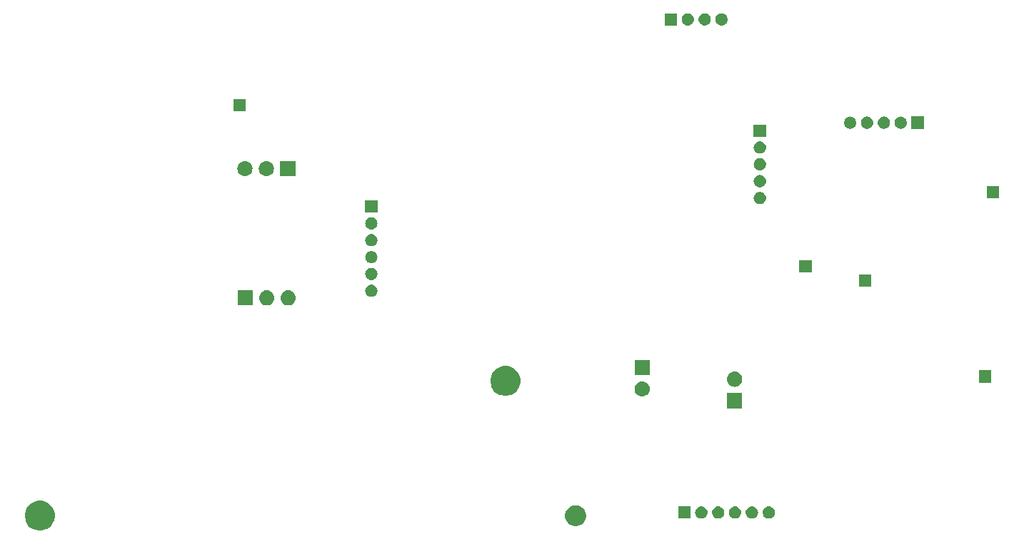
<source format=gbr>
G04 #@! TF.GenerationSoftware,KiCad,Pcbnew,(5.1.0)-1*
G04 #@! TF.CreationDate,2019-12-18T17:57:52-04:00*
G04 #@! TF.ProjectId,Main,4d61696e-2e6b-4696-9361-645f70636258,rev?*
G04 #@! TF.SameCoordinates,Original*
G04 #@! TF.FileFunction,Soldermask,Bot*
G04 #@! TF.FilePolarity,Negative*
%FSLAX46Y46*%
G04 Gerber Fmt 4.6, Leading zero omitted, Abs format (unit mm)*
G04 Created by KiCad (PCBNEW (5.1.0)-1) date 2019-12-18 17:57:52*
%MOMM*%
%LPD*%
G04 APERTURE LIST*
%ADD10C,0.100000*%
G04 APERTURE END LIST*
D10*
G36*
X97898739Y-106825450D02*
G01*
X98088072Y-106903875D01*
X98221951Y-106959329D01*
X98512834Y-107153691D01*
X98760209Y-107401066D01*
X98954571Y-107691949D01*
X98977749Y-107747906D01*
X99088450Y-108015161D01*
X99156700Y-108358278D01*
X99156700Y-108708122D01*
X99088450Y-109051239D01*
X99058559Y-109123401D01*
X98954571Y-109374451D01*
X98760209Y-109665334D01*
X98512834Y-109912709D01*
X98221951Y-110107071D01*
X98088072Y-110162525D01*
X97898739Y-110240950D01*
X97555622Y-110309200D01*
X97205778Y-110309200D01*
X96862661Y-110240950D01*
X96673328Y-110162525D01*
X96539449Y-110107071D01*
X96248566Y-109912709D01*
X96001191Y-109665334D01*
X95806829Y-109374451D01*
X95702841Y-109123401D01*
X95672950Y-109051239D01*
X95604700Y-108708122D01*
X95604700Y-108358278D01*
X95672950Y-108015161D01*
X95783651Y-107747906D01*
X95806829Y-107691949D01*
X96001191Y-107401066D01*
X96248566Y-107153691D01*
X96539449Y-106959329D01*
X96673328Y-106903875D01*
X96862661Y-106825450D01*
X97205778Y-106757200D01*
X97555622Y-106757200D01*
X97898739Y-106825450D01*
X97898739Y-106825450D01*
G37*
G36*
X161274144Y-107335082D02*
G01*
X161500901Y-107429008D01*
X161500902Y-107429009D01*
X161704979Y-107565368D01*
X161878532Y-107738921D01*
X161968805Y-107874025D01*
X162014892Y-107942999D01*
X162108818Y-108169756D01*
X162156700Y-108410478D01*
X162156700Y-108655922D01*
X162108818Y-108896644D01*
X162014892Y-109123401D01*
X162014891Y-109123402D01*
X161878532Y-109327479D01*
X161704979Y-109501032D01*
X161568619Y-109592144D01*
X161500901Y-109637392D01*
X161274144Y-109731318D01*
X161033422Y-109779200D01*
X160787978Y-109779200D01*
X160547256Y-109731318D01*
X160320499Y-109637392D01*
X160252781Y-109592144D01*
X160116421Y-109501032D01*
X159942868Y-109327479D01*
X159806509Y-109123402D01*
X159806508Y-109123401D01*
X159712582Y-108896644D01*
X159664700Y-108655922D01*
X159664700Y-108410478D01*
X159712582Y-108169756D01*
X159806508Y-107942999D01*
X159852595Y-107874025D01*
X159942868Y-107738921D01*
X160116421Y-107565368D01*
X160320498Y-107429009D01*
X160320499Y-107429008D01*
X160547256Y-107335082D01*
X160787978Y-107287200D01*
X161033422Y-107287200D01*
X161274144Y-107335082D01*
X161274144Y-107335082D01*
G37*
G36*
X179866727Y-107429009D02*
G01*
X179955021Y-107437705D01*
X180091872Y-107479219D01*
X180091875Y-107479220D01*
X180217994Y-107546632D01*
X180328543Y-107637357D01*
X180419268Y-107747906D01*
X180486680Y-107874025D01*
X180486681Y-107874028D01*
X180528195Y-108010879D01*
X180542212Y-108153200D01*
X180528195Y-108295521D01*
X180493322Y-108410480D01*
X180486680Y-108432375D01*
X180419268Y-108558494D01*
X180328543Y-108669043D01*
X180217994Y-108759768D01*
X180091875Y-108827180D01*
X180091872Y-108827181D01*
X179955021Y-108868695D01*
X179883913Y-108875698D01*
X179848360Y-108879200D01*
X179777040Y-108879200D01*
X179741487Y-108875698D01*
X179670379Y-108868695D01*
X179533528Y-108827181D01*
X179533525Y-108827180D01*
X179407406Y-108759768D01*
X179296857Y-108669043D01*
X179206132Y-108558494D01*
X179138720Y-108432375D01*
X179132078Y-108410480D01*
X179097205Y-108295521D01*
X179083188Y-108153200D01*
X179097205Y-108010879D01*
X179138719Y-107874028D01*
X179138720Y-107874025D01*
X179206132Y-107747906D01*
X179296857Y-107637357D01*
X179407406Y-107546632D01*
X179533525Y-107479220D01*
X179533528Y-107479219D01*
X179670379Y-107437705D01*
X179758673Y-107429009D01*
X179777040Y-107427200D01*
X179848360Y-107427200D01*
X179866727Y-107429009D01*
X179866727Y-107429009D01*
G37*
G36*
X177866727Y-107429009D02*
G01*
X177955021Y-107437705D01*
X178091872Y-107479219D01*
X178091875Y-107479220D01*
X178217994Y-107546632D01*
X178328543Y-107637357D01*
X178419268Y-107747906D01*
X178486680Y-107874025D01*
X178486681Y-107874028D01*
X178528195Y-108010879D01*
X178542212Y-108153200D01*
X178528195Y-108295521D01*
X178493322Y-108410480D01*
X178486680Y-108432375D01*
X178419268Y-108558494D01*
X178328543Y-108669043D01*
X178217994Y-108759768D01*
X178091875Y-108827180D01*
X178091872Y-108827181D01*
X177955021Y-108868695D01*
X177883913Y-108875698D01*
X177848360Y-108879200D01*
X177777040Y-108879200D01*
X177741487Y-108875698D01*
X177670379Y-108868695D01*
X177533528Y-108827181D01*
X177533525Y-108827180D01*
X177407406Y-108759768D01*
X177296857Y-108669043D01*
X177206132Y-108558494D01*
X177138720Y-108432375D01*
X177132078Y-108410480D01*
X177097205Y-108295521D01*
X177083188Y-108153200D01*
X177097205Y-108010879D01*
X177138719Y-107874028D01*
X177138720Y-107874025D01*
X177206132Y-107747906D01*
X177296857Y-107637357D01*
X177407406Y-107546632D01*
X177533525Y-107479220D01*
X177533528Y-107479219D01*
X177670379Y-107437705D01*
X177758673Y-107429009D01*
X177777040Y-107427200D01*
X177848360Y-107427200D01*
X177866727Y-107429009D01*
X177866727Y-107429009D01*
G37*
G36*
X175866727Y-107429009D02*
G01*
X175955021Y-107437705D01*
X176091872Y-107479219D01*
X176091875Y-107479220D01*
X176217994Y-107546632D01*
X176328543Y-107637357D01*
X176419268Y-107747906D01*
X176486680Y-107874025D01*
X176486681Y-107874028D01*
X176528195Y-108010879D01*
X176542212Y-108153200D01*
X176528195Y-108295521D01*
X176493322Y-108410480D01*
X176486680Y-108432375D01*
X176419268Y-108558494D01*
X176328543Y-108669043D01*
X176217994Y-108759768D01*
X176091875Y-108827180D01*
X176091872Y-108827181D01*
X175955021Y-108868695D01*
X175883913Y-108875698D01*
X175848360Y-108879200D01*
X175777040Y-108879200D01*
X175741487Y-108875698D01*
X175670379Y-108868695D01*
X175533528Y-108827181D01*
X175533525Y-108827180D01*
X175407406Y-108759768D01*
X175296857Y-108669043D01*
X175206132Y-108558494D01*
X175138720Y-108432375D01*
X175132078Y-108410480D01*
X175097205Y-108295521D01*
X175083188Y-108153200D01*
X175097205Y-108010879D01*
X175138719Y-107874028D01*
X175138720Y-107874025D01*
X175206132Y-107747906D01*
X175296857Y-107637357D01*
X175407406Y-107546632D01*
X175533525Y-107479220D01*
X175533528Y-107479219D01*
X175670379Y-107437705D01*
X175758673Y-107429009D01*
X175777040Y-107427200D01*
X175848360Y-107427200D01*
X175866727Y-107429009D01*
X175866727Y-107429009D01*
G37*
G36*
X174538700Y-108879200D02*
G01*
X173086700Y-108879200D01*
X173086700Y-107427200D01*
X174538700Y-107427200D01*
X174538700Y-108879200D01*
X174538700Y-108879200D01*
G37*
G36*
X183866727Y-107429009D02*
G01*
X183955021Y-107437705D01*
X184091872Y-107479219D01*
X184091875Y-107479220D01*
X184217994Y-107546632D01*
X184328543Y-107637357D01*
X184419268Y-107747906D01*
X184486680Y-107874025D01*
X184486681Y-107874028D01*
X184528195Y-108010879D01*
X184542212Y-108153200D01*
X184528195Y-108295521D01*
X184493322Y-108410480D01*
X184486680Y-108432375D01*
X184419268Y-108558494D01*
X184328543Y-108669043D01*
X184217994Y-108759768D01*
X184091875Y-108827180D01*
X184091872Y-108827181D01*
X183955021Y-108868695D01*
X183883913Y-108875698D01*
X183848360Y-108879200D01*
X183777040Y-108879200D01*
X183741487Y-108875698D01*
X183670379Y-108868695D01*
X183533528Y-108827181D01*
X183533525Y-108827180D01*
X183407406Y-108759768D01*
X183296857Y-108669043D01*
X183206132Y-108558494D01*
X183138720Y-108432375D01*
X183132078Y-108410480D01*
X183097205Y-108295521D01*
X183083188Y-108153200D01*
X183097205Y-108010879D01*
X183138719Y-107874028D01*
X183138720Y-107874025D01*
X183206132Y-107747906D01*
X183296857Y-107637357D01*
X183407406Y-107546632D01*
X183533525Y-107479220D01*
X183533528Y-107479219D01*
X183670379Y-107437705D01*
X183758673Y-107429009D01*
X183777040Y-107427200D01*
X183848360Y-107427200D01*
X183866727Y-107429009D01*
X183866727Y-107429009D01*
G37*
G36*
X181866727Y-107429009D02*
G01*
X181955021Y-107437705D01*
X182091872Y-107479219D01*
X182091875Y-107479220D01*
X182217994Y-107546632D01*
X182328543Y-107637357D01*
X182419268Y-107747906D01*
X182486680Y-107874025D01*
X182486681Y-107874028D01*
X182528195Y-108010879D01*
X182542212Y-108153200D01*
X182528195Y-108295521D01*
X182493322Y-108410480D01*
X182486680Y-108432375D01*
X182419268Y-108558494D01*
X182328543Y-108669043D01*
X182217994Y-108759768D01*
X182091875Y-108827180D01*
X182091872Y-108827181D01*
X181955021Y-108868695D01*
X181883913Y-108875698D01*
X181848360Y-108879200D01*
X181777040Y-108879200D01*
X181741487Y-108875698D01*
X181670379Y-108868695D01*
X181533528Y-108827181D01*
X181533525Y-108827180D01*
X181407406Y-108759768D01*
X181296857Y-108669043D01*
X181206132Y-108558494D01*
X181138720Y-108432375D01*
X181132078Y-108410480D01*
X181097205Y-108295521D01*
X181083188Y-108153200D01*
X181097205Y-108010879D01*
X181138719Y-107874028D01*
X181138720Y-107874025D01*
X181206132Y-107747906D01*
X181296857Y-107637357D01*
X181407406Y-107546632D01*
X181533525Y-107479220D01*
X181533528Y-107479219D01*
X181670379Y-107437705D01*
X181758673Y-107429009D01*
X181777040Y-107427200D01*
X181848360Y-107427200D01*
X181866727Y-107429009D01*
X181866727Y-107429009D01*
G37*
G36*
X180669500Y-95770000D02*
G01*
X178867500Y-95770000D01*
X178867500Y-93968000D01*
X180669500Y-93968000D01*
X180669500Y-95770000D01*
X180669500Y-95770000D01*
G37*
G36*
X168906143Y-92590219D02*
G01*
X168972327Y-92596737D01*
X169142166Y-92648257D01*
X169298691Y-92731922D01*
X169334429Y-92761252D01*
X169435886Y-92844514D01*
X169519148Y-92945971D01*
X169548478Y-92981709D01*
X169632143Y-93138234D01*
X169683663Y-93308073D01*
X169701059Y-93484700D01*
X169683663Y-93661327D01*
X169632143Y-93831166D01*
X169548478Y-93987691D01*
X169519148Y-94023429D01*
X169435886Y-94124886D01*
X169334429Y-94208148D01*
X169298691Y-94237478D01*
X169142166Y-94321143D01*
X168972327Y-94372663D01*
X168906142Y-94379182D01*
X168839960Y-94385700D01*
X168751440Y-94385700D01*
X168685258Y-94379182D01*
X168619073Y-94372663D01*
X168449234Y-94321143D01*
X168292709Y-94237478D01*
X168256971Y-94208148D01*
X168155514Y-94124886D01*
X168072252Y-94023429D01*
X168042922Y-93987691D01*
X167959257Y-93831166D01*
X167907737Y-93661327D01*
X167890341Y-93484700D01*
X167907737Y-93308073D01*
X167959257Y-93138234D01*
X168042922Y-92981709D01*
X168072252Y-92945971D01*
X168155514Y-92844514D01*
X168256971Y-92761252D01*
X168292709Y-92731922D01*
X168449234Y-92648257D01*
X168619073Y-92596737D01*
X168685258Y-92590218D01*
X168751440Y-92583700D01*
X168839960Y-92583700D01*
X168906143Y-92590219D01*
X168906143Y-92590219D01*
G37*
G36*
X153098739Y-90825450D02*
G01*
X153288072Y-90903875D01*
X153421951Y-90959329D01*
X153712834Y-91153691D01*
X153960209Y-91401066D01*
X154154571Y-91691949D01*
X154154571Y-91691950D01*
X154288450Y-92015161D01*
X154356700Y-92358278D01*
X154356700Y-92708122D01*
X154288450Y-93051239D01*
X154214404Y-93230000D01*
X154154571Y-93374451D01*
X153960209Y-93665334D01*
X153712834Y-93912709D01*
X153421951Y-94107071D01*
X153288072Y-94162525D01*
X153098739Y-94240950D01*
X152755622Y-94309200D01*
X152405778Y-94309200D01*
X152062661Y-94240950D01*
X151873328Y-94162525D01*
X151739449Y-94107071D01*
X151448566Y-93912709D01*
X151201191Y-93665334D01*
X151006829Y-93374451D01*
X150946996Y-93230000D01*
X150872950Y-93051239D01*
X150804700Y-92708122D01*
X150804700Y-92358278D01*
X150872950Y-92015161D01*
X151006829Y-91691950D01*
X151006829Y-91691949D01*
X151201191Y-91401066D01*
X151448566Y-91153691D01*
X151739449Y-90959329D01*
X151873328Y-90903875D01*
X152062661Y-90825450D01*
X152405778Y-90757200D01*
X152755622Y-90757200D01*
X153098739Y-90825450D01*
X153098739Y-90825450D01*
G37*
G36*
X179878943Y-91434519D02*
G01*
X179945127Y-91441037D01*
X180114966Y-91492557D01*
X180271491Y-91576222D01*
X180307229Y-91605552D01*
X180408686Y-91688814D01*
X180491948Y-91790271D01*
X180521278Y-91826009D01*
X180604943Y-91982534D01*
X180656463Y-92152373D01*
X180673859Y-92329000D01*
X180656463Y-92505627D01*
X180604943Y-92675466D01*
X180521278Y-92831991D01*
X180491948Y-92867729D01*
X180408686Y-92969186D01*
X180308703Y-93051239D01*
X180271491Y-93081778D01*
X180114966Y-93165443D01*
X179945127Y-93216963D01*
X179878943Y-93223481D01*
X179812760Y-93230000D01*
X179724240Y-93230000D01*
X179658057Y-93223481D01*
X179591873Y-93216963D01*
X179422034Y-93165443D01*
X179265509Y-93081778D01*
X179228297Y-93051239D01*
X179128314Y-92969186D01*
X179045052Y-92867729D01*
X179015722Y-92831991D01*
X178932057Y-92675466D01*
X178880537Y-92505627D01*
X178863141Y-92329000D01*
X178880537Y-92152373D01*
X178932057Y-91982534D01*
X179015722Y-91826009D01*
X179045052Y-91790271D01*
X179128314Y-91688814D01*
X179229771Y-91605552D01*
X179265509Y-91576222D01*
X179422034Y-91492557D01*
X179591873Y-91441037D01*
X179658058Y-91434518D01*
X179724240Y-91428000D01*
X179812760Y-91428000D01*
X179878943Y-91434519D01*
X179878943Y-91434519D01*
G37*
G36*
X210187100Y-92729880D02*
G01*
X208735100Y-92729880D01*
X208735100Y-91277880D01*
X210187100Y-91277880D01*
X210187100Y-92729880D01*
X210187100Y-92729880D01*
G37*
G36*
X169696700Y-91845700D02*
G01*
X167894700Y-91845700D01*
X167894700Y-90043700D01*
X169696700Y-90043700D01*
X169696700Y-91845700D01*
X169696700Y-91845700D01*
G37*
G36*
X122648280Y-83570500D02*
G01*
X120846280Y-83570500D01*
X120846280Y-81768500D01*
X122648280Y-81768500D01*
X122648280Y-83570500D01*
X122648280Y-83570500D01*
G37*
G36*
X124397722Y-81775018D02*
G01*
X124463907Y-81781537D01*
X124633746Y-81833057D01*
X124790271Y-81916722D01*
X124826009Y-81946052D01*
X124927466Y-82029314D01*
X124984388Y-82098675D01*
X125040058Y-82166509D01*
X125123723Y-82323034D01*
X125175243Y-82492873D01*
X125192639Y-82669500D01*
X125175243Y-82846127D01*
X125123723Y-83015966D01*
X125040058Y-83172491D01*
X125010728Y-83208229D01*
X124927466Y-83309686D01*
X124826009Y-83392948D01*
X124790271Y-83422278D01*
X124633746Y-83505943D01*
X124463907Y-83557463D01*
X124397723Y-83563981D01*
X124331540Y-83570500D01*
X124243020Y-83570500D01*
X124176837Y-83563981D01*
X124110653Y-83557463D01*
X123940814Y-83505943D01*
X123784289Y-83422278D01*
X123748551Y-83392948D01*
X123647094Y-83309686D01*
X123563832Y-83208229D01*
X123534502Y-83172491D01*
X123450837Y-83015966D01*
X123399317Y-82846127D01*
X123381921Y-82669500D01*
X123399317Y-82492873D01*
X123450837Y-82323034D01*
X123534502Y-82166509D01*
X123590172Y-82098675D01*
X123647094Y-82029314D01*
X123748551Y-81946052D01*
X123784289Y-81916722D01*
X123940814Y-81833057D01*
X124110653Y-81781537D01*
X124176838Y-81775018D01*
X124243020Y-81768500D01*
X124331540Y-81768500D01*
X124397722Y-81775018D01*
X124397722Y-81775018D01*
G37*
G36*
X126937722Y-81775018D02*
G01*
X127003907Y-81781537D01*
X127173746Y-81833057D01*
X127330271Y-81916722D01*
X127366009Y-81946052D01*
X127467466Y-82029314D01*
X127524388Y-82098675D01*
X127580058Y-82166509D01*
X127663723Y-82323034D01*
X127715243Y-82492873D01*
X127732639Y-82669500D01*
X127715243Y-82846127D01*
X127663723Y-83015966D01*
X127580058Y-83172491D01*
X127550728Y-83208229D01*
X127467466Y-83309686D01*
X127366009Y-83392948D01*
X127330271Y-83422278D01*
X127173746Y-83505943D01*
X127003907Y-83557463D01*
X126937723Y-83563981D01*
X126871540Y-83570500D01*
X126783020Y-83570500D01*
X126716837Y-83563981D01*
X126650653Y-83557463D01*
X126480814Y-83505943D01*
X126324289Y-83422278D01*
X126288551Y-83392948D01*
X126187094Y-83309686D01*
X126103832Y-83208229D01*
X126074502Y-83172491D01*
X125990837Y-83015966D01*
X125939317Y-82846127D01*
X125921921Y-82669500D01*
X125939317Y-82492873D01*
X125990837Y-82323034D01*
X126074502Y-82166509D01*
X126130172Y-82098675D01*
X126187094Y-82029314D01*
X126288551Y-81946052D01*
X126324289Y-81916722D01*
X126480814Y-81833057D01*
X126650653Y-81781537D01*
X126716838Y-81775018D01*
X126783020Y-81768500D01*
X126871540Y-81768500D01*
X126937722Y-81775018D01*
X126937722Y-81775018D01*
G37*
G36*
X136761313Y-81097002D02*
G01*
X136832421Y-81104005D01*
X136969272Y-81145519D01*
X136969275Y-81145520D01*
X137095394Y-81212932D01*
X137205943Y-81303657D01*
X137296668Y-81414206D01*
X137364080Y-81540325D01*
X137364081Y-81540328D01*
X137405595Y-81677179D01*
X137419612Y-81819500D01*
X137405595Y-81961821D01*
X137364081Y-82098672D01*
X137364080Y-82098675D01*
X137296668Y-82224794D01*
X137205943Y-82335343D01*
X137095394Y-82426068D01*
X136969275Y-82493480D01*
X136969272Y-82493481D01*
X136832421Y-82534995D01*
X136761313Y-82541998D01*
X136725760Y-82545500D01*
X136654440Y-82545500D01*
X136618887Y-82541998D01*
X136547779Y-82534995D01*
X136410928Y-82493481D01*
X136410925Y-82493480D01*
X136284806Y-82426068D01*
X136174257Y-82335343D01*
X136083532Y-82224794D01*
X136016120Y-82098675D01*
X136016119Y-82098672D01*
X135974605Y-81961821D01*
X135960588Y-81819500D01*
X135974605Y-81677179D01*
X136016119Y-81540328D01*
X136016120Y-81540325D01*
X136083532Y-81414206D01*
X136174257Y-81303657D01*
X136284806Y-81212932D01*
X136410925Y-81145520D01*
X136410928Y-81145519D01*
X136547779Y-81104005D01*
X136618887Y-81097002D01*
X136654440Y-81093500D01*
X136725760Y-81093500D01*
X136761313Y-81097002D01*
X136761313Y-81097002D01*
G37*
G36*
X195937700Y-81320200D02*
G01*
X194485700Y-81320200D01*
X194485700Y-79868200D01*
X195937700Y-79868200D01*
X195937700Y-81320200D01*
X195937700Y-81320200D01*
G37*
G36*
X136761313Y-79097002D02*
G01*
X136832421Y-79104005D01*
X136969272Y-79145519D01*
X136969275Y-79145520D01*
X137095394Y-79212932D01*
X137205943Y-79303657D01*
X137296668Y-79414206D01*
X137364080Y-79540325D01*
X137364081Y-79540328D01*
X137405595Y-79677179D01*
X137419612Y-79819500D01*
X137405595Y-79961821D01*
X137364081Y-80098672D01*
X137364080Y-80098675D01*
X137296668Y-80224794D01*
X137205943Y-80335343D01*
X137095394Y-80426068D01*
X136969275Y-80493480D01*
X136969272Y-80493481D01*
X136832421Y-80534995D01*
X136761313Y-80541998D01*
X136725760Y-80545500D01*
X136654440Y-80545500D01*
X136618887Y-80541998D01*
X136547779Y-80534995D01*
X136410928Y-80493481D01*
X136410925Y-80493480D01*
X136284806Y-80426068D01*
X136174257Y-80335343D01*
X136083532Y-80224794D01*
X136016120Y-80098675D01*
X136016119Y-80098672D01*
X135974605Y-79961821D01*
X135960588Y-79819500D01*
X135974605Y-79677179D01*
X136016119Y-79540328D01*
X136016120Y-79540325D01*
X136083532Y-79414206D01*
X136174257Y-79303657D01*
X136284806Y-79212932D01*
X136410925Y-79145520D01*
X136410928Y-79145519D01*
X136547779Y-79104005D01*
X136618887Y-79097002D01*
X136654440Y-79093500D01*
X136725760Y-79093500D01*
X136761313Y-79097002D01*
X136761313Y-79097002D01*
G37*
G36*
X188889200Y-79669200D02*
G01*
X187437200Y-79669200D01*
X187437200Y-78217200D01*
X188889200Y-78217200D01*
X188889200Y-79669200D01*
X188889200Y-79669200D01*
G37*
G36*
X136761313Y-77097002D02*
G01*
X136832421Y-77104005D01*
X136969272Y-77145519D01*
X136969275Y-77145520D01*
X137095394Y-77212932D01*
X137205943Y-77303657D01*
X137296668Y-77414206D01*
X137364080Y-77540325D01*
X137364081Y-77540328D01*
X137405595Y-77677179D01*
X137419612Y-77819500D01*
X137405595Y-77961821D01*
X137364081Y-78098672D01*
X137364080Y-78098675D01*
X137296668Y-78224794D01*
X137205943Y-78335343D01*
X137095394Y-78426068D01*
X136969275Y-78493480D01*
X136969272Y-78493481D01*
X136832421Y-78534995D01*
X136761313Y-78541998D01*
X136725760Y-78545500D01*
X136654440Y-78545500D01*
X136618887Y-78541998D01*
X136547779Y-78534995D01*
X136410928Y-78493481D01*
X136410925Y-78493480D01*
X136284806Y-78426068D01*
X136174257Y-78335343D01*
X136083532Y-78224794D01*
X136016120Y-78098675D01*
X136016119Y-78098672D01*
X135974605Y-77961821D01*
X135960588Y-77819500D01*
X135974605Y-77677179D01*
X136016119Y-77540328D01*
X136016120Y-77540325D01*
X136083532Y-77414206D01*
X136174257Y-77303657D01*
X136284806Y-77212932D01*
X136410925Y-77145520D01*
X136410928Y-77145519D01*
X136547779Y-77104005D01*
X136618887Y-77097002D01*
X136654440Y-77093500D01*
X136725760Y-77093500D01*
X136761313Y-77097002D01*
X136761313Y-77097002D01*
G37*
G36*
X136761313Y-75097002D02*
G01*
X136832421Y-75104005D01*
X136969272Y-75145519D01*
X136969275Y-75145520D01*
X137095394Y-75212932D01*
X137205943Y-75303657D01*
X137296668Y-75414206D01*
X137364080Y-75540325D01*
X137364081Y-75540328D01*
X137405595Y-75677179D01*
X137419612Y-75819500D01*
X137405595Y-75961821D01*
X137364081Y-76098672D01*
X137364080Y-76098675D01*
X137296668Y-76224794D01*
X137205943Y-76335343D01*
X137095394Y-76426068D01*
X136969275Y-76493480D01*
X136969272Y-76493481D01*
X136832421Y-76534995D01*
X136761313Y-76541998D01*
X136725760Y-76545500D01*
X136654440Y-76545500D01*
X136618887Y-76541998D01*
X136547779Y-76534995D01*
X136410928Y-76493481D01*
X136410925Y-76493480D01*
X136284806Y-76426068D01*
X136174257Y-76335343D01*
X136083532Y-76224794D01*
X136016120Y-76098675D01*
X136016119Y-76098672D01*
X135974605Y-75961821D01*
X135960588Y-75819500D01*
X135974605Y-75677179D01*
X136016119Y-75540328D01*
X136016120Y-75540325D01*
X136083532Y-75414206D01*
X136174257Y-75303657D01*
X136284806Y-75212932D01*
X136410925Y-75145520D01*
X136410928Y-75145519D01*
X136547779Y-75104005D01*
X136618887Y-75097002D01*
X136654440Y-75093500D01*
X136725760Y-75093500D01*
X136761313Y-75097002D01*
X136761313Y-75097002D01*
G37*
G36*
X136761313Y-73097002D02*
G01*
X136832421Y-73104005D01*
X136969272Y-73145519D01*
X136969275Y-73145520D01*
X137095394Y-73212932D01*
X137205943Y-73303657D01*
X137296668Y-73414206D01*
X137364080Y-73540325D01*
X137364081Y-73540328D01*
X137405595Y-73677179D01*
X137419612Y-73819500D01*
X137405595Y-73961821D01*
X137364081Y-74098672D01*
X137364080Y-74098675D01*
X137296668Y-74224794D01*
X137205943Y-74335343D01*
X137095394Y-74426068D01*
X136969275Y-74493480D01*
X136969272Y-74493481D01*
X136832421Y-74534995D01*
X136761313Y-74541998D01*
X136725760Y-74545500D01*
X136654440Y-74545500D01*
X136618887Y-74541998D01*
X136547779Y-74534995D01*
X136410928Y-74493481D01*
X136410925Y-74493480D01*
X136284806Y-74426068D01*
X136174257Y-74335343D01*
X136083532Y-74224794D01*
X136016120Y-74098675D01*
X136016119Y-74098672D01*
X135974605Y-73961821D01*
X135960588Y-73819500D01*
X135974605Y-73677179D01*
X136016119Y-73540328D01*
X136016120Y-73540325D01*
X136083532Y-73414206D01*
X136174257Y-73303657D01*
X136284806Y-73212932D01*
X136410925Y-73145520D01*
X136410928Y-73145519D01*
X136547779Y-73104005D01*
X136618887Y-73097002D01*
X136654440Y-73093500D01*
X136725760Y-73093500D01*
X136761313Y-73097002D01*
X136761313Y-73097002D01*
G37*
G36*
X137416100Y-72545500D02*
G01*
X135964100Y-72545500D01*
X135964100Y-71093500D01*
X137416100Y-71093500D01*
X137416100Y-72545500D01*
X137416100Y-72545500D01*
G37*
G36*
X182824213Y-70079002D02*
G01*
X182895321Y-70086005D01*
X183032172Y-70127519D01*
X183032175Y-70127520D01*
X183158294Y-70194932D01*
X183268843Y-70285657D01*
X183359568Y-70396206D01*
X183426980Y-70522325D01*
X183426981Y-70522328D01*
X183468495Y-70659179D01*
X183482512Y-70801500D01*
X183468495Y-70943821D01*
X183426981Y-71080672D01*
X183426980Y-71080675D01*
X183359568Y-71206794D01*
X183268843Y-71317343D01*
X183158294Y-71408068D01*
X183032175Y-71475480D01*
X183032172Y-71475481D01*
X182895321Y-71516995D01*
X182824213Y-71523998D01*
X182788660Y-71527500D01*
X182717340Y-71527500D01*
X182681787Y-71523998D01*
X182610679Y-71516995D01*
X182473828Y-71475481D01*
X182473825Y-71475480D01*
X182347706Y-71408068D01*
X182237157Y-71317343D01*
X182146432Y-71206794D01*
X182079020Y-71080675D01*
X182079019Y-71080672D01*
X182037505Y-70943821D01*
X182023488Y-70801500D01*
X182037505Y-70659179D01*
X182079019Y-70522328D01*
X182079020Y-70522325D01*
X182146432Y-70396206D01*
X182237157Y-70285657D01*
X182347706Y-70194932D01*
X182473825Y-70127520D01*
X182473828Y-70127519D01*
X182610679Y-70086005D01*
X182681787Y-70079002D01*
X182717340Y-70075500D01*
X182788660Y-70075500D01*
X182824213Y-70079002D01*
X182824213Y-70079002D01*
G37*
G36*
X211152300Y-70842700D02*
G01*
X209700300Y-70842700D01*
X209700300Y-69390700D01*
X211152300Y-69390700D01*
X211152300Y-70842700D01*
X211152300Y-70842700D01*
G37*
G36*
X182824213Y-68079002D02*
G01*
X182895321Y-68086005D01*
X183032172Y-68127519D01*
X183032175Y-68127520D01*
X183158294Y-68194932D01*
X183268843Y-68285657D01*
X183359568Y-68396206D01*
X183426980Y-68522325D01*
X183426981Y-68522328D01*
X183468495Y-68659179D01*
X183482512Y-68801500D01*
X183468495Y-68943821D01*
X183426981Y-69080672D01*
X183426980Y-69080675D01*
X183359568Y-69206794D01*
X183268843Y-69317343D01*
X183158294Y-69408068D01*
X183032175Y-69475480D01*
X183032172Y-69475481D01*
X182895321Y-69516995D01*
X182824213Y-69523998D01*
X182788660Y-69527500D01*
X182717340Y-69527500D01*
X182681787Y-69523998D01*
X182610679Y-69516995D01*
X182473828Y-69475481D01*
X182473825Y-69475480D01*
X182347706Y-69408068D01*
X182237157Y-69317343D01*
X182146432Y-69206794D01*
X182079020Y-69080675D01*
X182079019Y-69080672D01*
X182037505Y-68943821D01*
X182023488Y-68801500D01*
X182037505Y-68659179D01*
X182079019Y-68522328D01*
X182079020Y-68522325D01*
X182146432Y-68396206D01*
X182237157Y-68285657D01*
X182347706Y-68194932D01*
X182473825Y-68127520D01*
X182473828Y-68127519D01*
X182610679Y-68086005D01*
X182681787Y-68079002D01*
X182717340Y-68075500D01*
X182788660Y-68075500D01*
X182824213Y-68079002D01*
X182824213Y-68079002D01*
G37*
G36*
X127685100Y-68220500D02*
G01*
X125883100Y-68220500D01*
X125883100Y-66418500D01*
X127685100Y-66418500D01*
X127685100Y-68220500D01*
X127685100Y-68220500D01*
G37*
G36*
X124354542Y-66425018D02*
G01*
X124420727Y-66431537D01*
X124590566Y-66483057D01*
X124747091Y-66566722D01*
X124782829Y-66596052D01*
X124884286Y-66679314D01*
X124967548Y-66780771D01*
X124996878Y-66816509D01*
X125080543Y-66973034D01*
X125132063Y-67142873D01*
X125149459Y-67319500D01*
X125132063Y-67496127D01*
X125080543Y-67665966D01*
X124996878Y-67822491D01*
X124967548Y-67858229D01*
X124884286Y-67959686D01*
X124782829Y-68042948D01*
X124747091Y-68072278D01*
X124590566Y-68155943D01*
X124420727Y-68207463D01*
X124354543Y-68213981D01*
X124288360Y-68220500D01*
X124199840Y-68220500D01*
X124133657Y-68213981D01*
X124067473Y-68207463D01*
X123897634Y-68155943D01*
X123741109Y-68072278D01*
X123705371Y-68042948D01*
X123603914Y-67959686D01*
X123520652Y-67858229D01*
X123491322Y-67822491D01*
X123407657Y-67665966D01*
X123356137Y-67496127D01*
X123338741Y-67319500D01*
X123356137Y-67142873D01*
X123407657Y-66973034D01*
X123491322Y-66816509D01*
X123520652Y-66780771D01*
X123603914Y-66679314D01*
X123705371Y-66596052D01*
X123741109Y-66566722D01*
X123897634Y-66483057D01*
X124067473Y-66431537D01*
X124133658Y-66425018D01*
X124199840Y-66418500D01*
X124288360Y-66418500D01*
X124354542Y-66425018D01*
X124354542Y-66425018D01*
G37*
G36*
X121814542Y-66425018D02*
G01*
X121880727Y-66431537D01*
X122050566Y-66483057D01*
X122207091Y-66566722D01*
X122242829Y-66596052D01*
X122344286Y-66679314D01*
X122427548Y-66780771D01*
X122456878Y-66816509D01*
X122540543Y-66973034D01*
X122592063Y-67142873D01*
X122609459Y-67319500D01*
X122592063Y-67496127D01*
X122540543Y-67665966D01*
X122456878Y-67822491D01*
X122427548Y-67858229D01*
X122344286Y-67959686D01*
X122242829Y-68042948D01*
X122207091Y-68072278D01*
X122050566Y-68155943D01*
X121880727Y-68207463D01*
X121814543Y-68213981D01*
X121748360Y-68220500D01*
X121659840Y-68220500D01*
X121593657Y-68213981D01*
X121527473Y-68207463D01*
X121357634Y-68155943D01*
X121201109Y-68072278D01*
X121165371Y-68042948D01*
X121063914Y-67959686D01*
X120980652Y-67858229D01*
X120951322Y-67822491D01*
X120867657Y-67665966D01*
X120816137Y-67496127D01*
X120798741Y-67319500D01*
X120816137Y-67142873D01*
X120867657Y-66973034D01*
X120951322Y-66816509D01*
X120980652Y-66780771D01*
X121063914Y-66679314D01*
X121165371Y-66596052D01*
X121201109Y-66566722D01*
X121357634Y-66483057D01*
X121527473Y-66431537D01*
X121593658Y-66425018D01*
X121659840Y-66418500D01*
X121748360Y-66418500D01*
X121814542Y-66425018D01*
X121814542Y-66425018D01*
G37*
G36*
X182824213Y-66079002D02*
G01*
X182895321Y-66086005D01*
X183032172Y-66127519D01*
X183032175Y-66127520D01*
X183158294Y-66194932D01*
X183268843Y-66285657D01*
X183359568Y-66396206D01*
X183426980Y-66522325D01*
X183426981Y-66522328D01*
X183468495Y-66659179D01*
X183482512Y-66801500D01*
X183468495Y-66943821D01*
X183459633Y-66973034D01*
X183426980Y-67080675D01*
X183359568Y-67206794D01*
X183268843Y-67317343D01*
X183158294Y-67408068D01*
X183032175Y-67475480D01*
X183032172Y-67475481D01*
X182895321Y-67516995D01*
X182824213Y-67523998D01*
X182788660Y-67527500D01*
X182717340Y-67527500D01*
X182681787Y-67523998D01*
X182610679Y-67516995D01*
X182473828Y-67475481D01*
X182473825Y-67475480D01*
X182347706Y-67408068D01*
X182237157Y-67317343D01*
X182146432Y-67206794D01*
X182079020Y-67080675D01*
X182046367Y-66973034D01*
X182037505Y-66943821D01*
X182023488Y-66801500D01*
X182037505Y-66659179D01*
X182079019Y-66522328D01*
X182079020Y-66522325D01*
X182146432Y-66396206D01*
X182237157Y-66285657D01*
X182347706Y-66194932D01*
X182473825Y-66127520D01*
X182473828Y-66127519D01*
X182610679Y-66086005D01*
X182681787Y-66079002D01*
X182717340Y-66075500D01*
X182788660Y-66075500D01*
X182824213Y-66079002D01*
X182824213Y-66079002D01*
G37*
G36*
X182824213Y-64079002D02*
G01*
X182895321Y-64086005D01*
X183032172Y-64127519D01*
X183032175Y-64127520D01*
X183158294Y-64194932D01*
X183268843Y-64285657D01*
X183359568Y-64396206D01*
X183426980Y-64522325D01*
X183426981Y-64522328D01*
X183468495Y-64659179D01*
X183482512Y-64801500D01*
X183468495Y-64943821D01*
X183426981Y-65080672D01*
X183426980Y-65080675D01*
X183359568Y-65206794D01*
X183268843Y-65317343D01*
X183158294Y-65408068D01*
X183032175Y-65475480D01*
X183032172Y-65475481D01*
X182895321Y-65516995D01*
X182824213Y-65523998D01*
X182788660Y-65527500D01*
X182717340Y-65527500D01*
X182681787Y-65523998D01*
X182610679Y-65516995D01*
X182473828Y-65475481D01*
X182473825Y-65475480D01*
X182347706Y-65408068D01*
X182237157Y-65317343D01*
X182146432Y-65206794D01*
X182079020Y-65080675D01*
X182079019Y-65080672D01*
X182037505Y-64943821D01*
X182023488Y-64801500D01*
X182037505Y-64659179D01*
X182079019Y-64522328D01*
X182079020Y-64522325D01*
X182146432Y-64396206D01*
X182237157Y-64285657D01*
X182347706Y-64194932D01*
X182473825Y-64127520D01*
X182473828Y-64127519D01*
X182610679Y-64086005D01*
X182681787Y-64079002D01*
X182717340Y-64075500D01*
X182788660Y-64075500D01*
X182824213Y-64079002D01*
X182824213Y-64079002D01*
G37*
G36*
X183479000Y-63527500D02*
G01*
X182027000Y-63527500D01*
X182027000Y-62075500D01*
X183479000Y-62075500D01*
X183479000Y-63527500D01*
X183479000Y-63527500D01*
G37*
G36*
X202186100Y-62587700D02*
G01*
X200734100Y-62587700D01*
X200734100Y-61135700D01*
X202186100Y-61135700D01*
X202186100Y-62587700D01*
X202186100Y-62587700D01*
G37*
G36*
X193531313Y-61139202D02*
G01*
X193602421Y-61146205D01*
X193739272Y-61187719D01*
X193739275Y-61187720D01*
X193865394Y-61255132D01*
X193975943Y-61345857D01*
X194066668Y-61456406D01*
X194134080Y-61582525D01*
X194134081Y-61582528D01*
X194175595Y-61719379D01*
X194189612Y-61861700D01*
X194175595Y-62004021D01*
X194134081Y-62140872D01*
X194134080Y-62140875D01*
X194066668Y-62266994D01*
X193975943Y-62377543D01*
X193865394Y-62468268D01*
X193739275Y-62535680D01*
X193739272Y-62535681D01*
X193602421Y-62577195D01*
X193531313Y-62584198D01*
X193495760Y-62587700D01*
X193424440Y-62587700D01*
X193388887Y-62584198D01*
X193317779Y-62577195D01*
X193180928Y-62535681D01*
X193180925Y-62535680D01*
X193054806Y-62468268D01*
X192944257Y-62377543D01*
X192853532Y-62266994D01*
X192786120Y-62140875D01*
X192786119Y-62140872D01*
X192744605Y-62004021D01*
X192730588Y-61861700D01*
X192744605Y-61719379D01*
X192786119Y-61582528D01*
X192786120Y-61582525D01*
X192853532Y-61456406D01*
X192944257Y-61345857D01*
X193054806Y-61255132D01*
X193180925Y-61187720D01*
X193180928Y-61187719D01*
X193317779Y-61146205D01*
X193388887Y-61139202D01*
X193424440Y-61135700D01*
X193495760Y-61135700D01*
X193531313Y-61139202D01*
X193531313Y-61139202D01*
G37*
G36*
X195531313Y-61139202D02*
G01*
X195602421Y-61146205D01*
X195739272Y-61187719D01*
X195739275Y-61187720D01*
X195865394Y-61255132D01*
X195975943Y-61345857D01*
X196066668Y-61456406D01*
X196134080Y-61582525D01*
X196134081Y-61582528D01*
X196175595Y-61719379D01*
X196189612Y-61861700D01*
X196175595Y-62004021D01*
X196134081Y-62140872D01*
X196134080Y-62140875D01*
X196066668Y-62266994D01*
X195975943Y-62377543D01*
X195865394Y-62468268D01*
X195739275Y-62535680D01*
X195739272Y-62535681D01*
X195602421Y-62577195D01*
X195531313Y-62584198D01*
X195495760Y-62587700D01*
X195424440Y-62587700D01*
X195388887Y-62584198D01*
X195317779Y-62577195D01*
X195180928Y-62535681D01*
X195180925Y-62535680D01*
X195054806Y-62468268D01*
X194944257Y-62377543D01*
X194853532Y-62266994D01*
X194786120Y-62140875D01*
X194786119Y-62140872D01*
X194744605Y-62004021D01*
X194730588Y-61861700D01*
X194744605Y-61719379D01*
X194786119Y-61582528D01*
X194786120Y-61582525D01*
X194853532Y-61456406D01*
X194944257Y-61345857D01*
X195054806Y-61255132D01*
X195180925Y-61187720D01*
X195180928Y-61187719D01*
X195317779Y-61146205D01*
X195388887Y-61139202D01*
X195424440Y-61135700D01*
X195495760Y-61135700D01*
X195531313Y-61139202D01*
X195531313Y-61139202D01*
G37*
G36*
X197531313Y-61139202D02*
G01*
X197602421Y-61146205D01*
X197739272Y-61187719D01*
X197739275Y-61187720D01*
X197865394Y-61255132D01*
X197975943Y-61345857D01*
X198066668Y-61456406D01*
X198134080Y-61582525D01*
X198134081Y-61582528D01*
X198175595Y-61719379D01*
X198189612Y-61861700D01*
X198175595Y-62004021D01*
X198134081Y-62140872D01*
X198134080Y-62140875D01*
X198066668Y-62266994D01*
X197975943Y-62377543D01*
X197865394Y-62468268D01*
X197739275Y-62535680D01*
X197739272Y-62535681D01*
X197602421Y-62577195D01*
X197531313Y-62584198D01*
X197495760Y-62587700D01*
X197424440Y-62587700D01*
X197388887Y-62584198D01*
X197317779Y-62577195D01*
X197180928Y-62535681D01*
X197180925Y-62535680D01*
X197054806Y-62468268D01*
X196944257Y-62377543D01*
X196853532Y-62266994D01*
X196786120Y-62140875D01*
X196786119Y-62140872D01*
X196744605Y-62004021D01*
X196730588Y-61861700D01*
X196744605Y-61719379D01*
X196786119Y-61582528D01*
X196786120Y-61582525D01*
X196853532Y-61456406D01*
X196944257Y-61345857D01*
X197054806Y-61255132D01*
X197180925Y-61187720D01*
X197180928Y-61187719D01*
X197317779Y-61146205D01*
X197388887Y-61139202D01*
X197424440Y-61135700D01*
X197495760Y-61135700D01*
X197531313Y-61139202D01*
X197531313Y-61139202D01*
G37*
G36*
X199531313Y-61139202D02*
G01*
X199602421Y-61146205D01*
X199739272Y-61187719D01*
X199739275Y-61187720D01*
X199865394Y-61255132D01*
X199975943Y-61345857D01*
X200066668Y-61456406D01*
X200134080Y-61582525D01*
X200134081Y-61582528D01*
X200175595Y-61719379D01*
X200189612Y-61861700D01*
X200175595Y-62004021D01*
X200134081Y-62140872D01*
X200134080Y-62140875D01*
X200066668Y-62266994D01*
X199975943Y-62377543D01*
X199865394Y-62468268D01*
X199739275Y-62535680D01*
X199739272Y-62535681D01*
X199602421Y-62577195D01*
X199531313Y-62584198D01*
X199495760Y-62587700D01*
X199424440Y-62587700D01*
X199388887Y-62584198D01*
X199317779Y-62577195D01*
X199180928Y-62535681D01*
X199180925Y-62535680D01*
X199054806Y-62468268D01*
X198944257Y-62377543D01*
X198853532Y-62266994D01*
X198786120Y-62140875D01*
X198786119Y-62140872D01*
X198744605Y-62004021D01*
X198730588Y-61861700D01*
X198744605Y-61719379D01*
X198786119Y-61582528D01*
X198786120Y-61582525D01*
X198853532Y-61456406D01*
X198944257Y-61345857D01*
X199054806Y-61255132D01*
X199180925Y-61187720D01*
X199180928Y-61187719D01*
X199317779Y-61146205D01*
X199388887Y-61139202D01*
X199424440Y-61135700D01*
X199495760Y-61135700D01*
X199531313Y-61139202D01*
X199531313Y-61139202D01*
G37*
G36*
X121769700Y-60479500D02*
G01*
X120317700Y-60479500D01*
X120317700Y-59027500D01*
X121769700Y-59027500D01*
X121769700Y-60479500D01*
X121769700Y-60479500D01*
G37*
G36*
X174283213Y-48871002D02*
G01*
X174354321Y-48878005D01*
X174491172Y-48919519D01*
X174491175Y-48919520D01*
X174617294Y-48986932D01*
X174727843Y-49077657D01*
X174818568Y-49188206D01*
X174885980Y-49314325D01*
X174885981Y-49314328D01*
X174927495Y-49451179D01*
X174941512Y-49593500D01*
X174927495Y-49735821D01*
X174885981Y-49872672D01*
X174885980Y-49872675D01*
X174818568Y-49998794D01*
X174727843Y-50109343D01*
X174617294Y-50200068D01*
X174491175Y-50267480D01*
X174491172Y-50267481D01*
X174354321Y-50308995D01*
X174283213Y-50315998D01*
X174247660Y-50319500D01*
X174176340Y-50319500D01*
X174140787Y-50315998D01*
X174069679Y-50308995D01*
X173932828Y-50267481D01*
X173932825Y-50267480D01*
X173806706Y-50200068D01*
X173696157Y-50109343D01*
X173605432Y-49998794D01*
X173538020Y-49872675D01*
X173538019Y-49872672D01*
X173496505Y-49735821D01*
X173482488Y-49593500D01*
X173496505Y-49451179D01*
X173538019Y-49314328D01*
X173538020Y-49314325D01*
X173605432Y-49188206D01*
X173696157Y-49077657D01*
X173806706Y-48986932D01*
X173932825Y-48919520D01*
X173932828Y-48919519D01*
X174069679Y-48878005D01*
X174140787Y-48871002D01*
X174176340Y-48867500D01*
X174247660Y-48867500D01*
X174283213Y-48871002D01*
X174283213Y-48871002D01*
G37*
G36*
X172938000Y-50319500D02*
G01*
X171486000Y-50319500D01*
X171486000Y-48867500D01*
X172938000Y-48867500D01*
X172938000Y-50319500D01*
X172938000Y-50319500D01*
G37*
G36*
X176283213Y-48871002D02*
G01*
X176354321Y-48878005D01*
X176491172Y-48919519D01*
X176491175Y-48919520D01*
X176617294Y-48986932D01*
X176727843Y-49077657D01*
X176818568Y-49188206D01*
X176885980Y-49314325D01*
X176885981Y-49314328D01*
X176927495Y-49451179D01*
X176941512Y-49593500D01*
X176927495Y-49735821D01*
X176885981Y-49872672D01*
X176885980Y-49872675D01*
X176818568Y-49998794D01*
X176727843Y-50109343D01*
X176617294Y-50200068D01*
X176491175Y-50267480D01*
X176491172Y-50267481D01*
X176354321Y-50308995D01*
X176283213Y-50315998D01*
X176247660Y-50319500D01*
X176176340Y-50319500D01*
X176140787Y-50315998D01*
X176069679Y-50308995D01*
X175932828Y-50267481D01*
X175932825Y-50267480D01*
X175806706Y-50200068D01*
X175696157Y-50109343D01*
X175605432Y-49998794D01*
X175538020Y-49872675D01*
X175538019Y-49872672D01*
X175496505Y-49735821D01*
X175482488Y-49593500D01*
X175496505Y-49451179D01*
X175538019Y-49314328D01*
X175538020Y-49314325D01*
X175605432Y-49188206D01*
X175696157Y-49077657D01*
X175806706Y-48986932D01*
X175932825Y-48919520D01*
X175932828Y-48919519D01*
X176069679Y-48878005D01*
X176140787Y-48871002D01*
X176176340Y-48867500D01*
X176247660Y-48867500D01*
X176283213Y-48871002D01*
X176283213Y-48871002D01*
G37*
G36*
X178283213Y-48871002D02*
G01*
X178354321Y-48878005D01*
X178491172Y-48919519D01*
X178491175Y-48919520D01*
X178617294Y-48986932D01*
X178727843Y-49077657D01*
X178818568Y-49188206D01*
X178885980Y-49314325D01*
X178885981Y-49314328D01*
X178927495Y-49451179D01*
X178941512Y-49593500D01*
X178927495Y-49735821D01*
X178885981Y-49872672D01*
X178885980Y-49872675D01*
X178818568Y-49998794D01*
X178727843Y-50109343D01*
X178617294Y-50200068D01*
X178491175Y-50267480D01*
X178491172Y-50267481D01*
X178354321Y-50308995D01*
X178283213Y-50315998D01*
X178247660Y-50319500D01*
X178176340Y-50319500D01*
X178140787Y-50315998D01*
X178069679Y-50308995D01*
X177932828Y-50267481D01*
X177932825Y-50267480D01*
X177806706Y-50200068D01*
X177696157Y-50109343D01*
X177605432Y-49998794D01*
X177538020Y-49872675D01*
X177538019Y-49872672D01*
X177496505Y-49735821D01*
X177482488Y-49593500D01*
X177496505Y-49451179D01*
X177538019Y-49314328D01*
X177538020Y-49314325D01*
X177605432Y-49188206D01*
X177696157Y-49077657D01*
X177806706Y-48986932D01*
X177932825Y-48919520D01*
X177932828Y-48919519D01*
X178069679Y-48878005D01*
X178140787Y-48871002D01*
X178176340Y-48867500D01*
X178247660Y-48867500D01*
X178283213Y-48871002D01*
X178283213Y-48871002D01*
G37*
M02*

</source>
